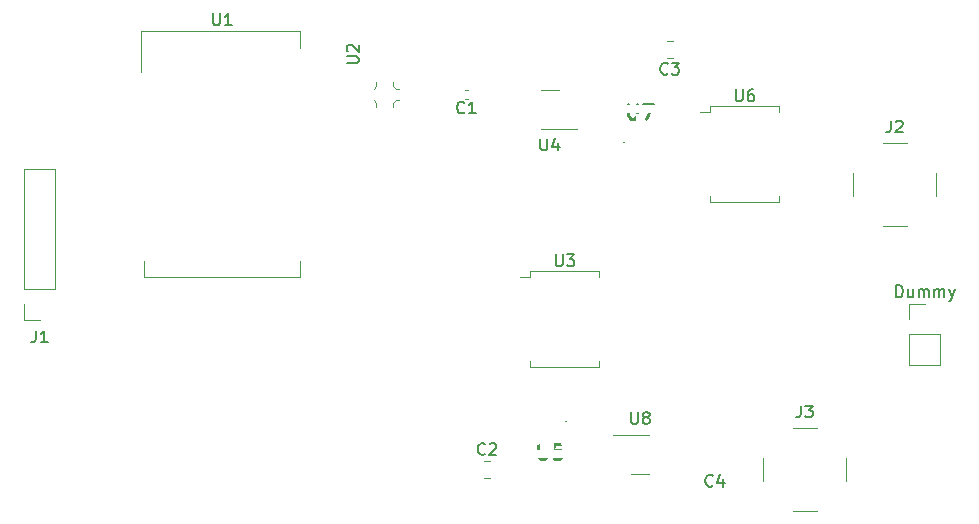
<source format=gto>
%TF.GenerationSoftware,KiCad,Pcbnew,5.1.9-73d0e3b20d~88~ubuntu20.04.1*%
%TF.CreationDate,2021-08-29T02:04:36+07:00*%
%TF.ProjectId,rf_gpr,72665f67-7072-42e6-9b69-6361645f7063,rev?*%
%TF.SameCoordinates,Original*%
%TF.FileFunction,Legend,Top*%
%TF.FilePolarity,Positive*%
%FSLAX46Y46*%
G04 Gerber Fmt 4.6, Leading zero omitted, Abs format (unit mm)*
G04 Created by KiCad (PCBNEW 5.1.9-73d0e3b20d~88~ubuntu20.04.1) date 2021-08-29 02:04:36*
%MOMM*%
%LPD*%
G01*
G04 APERTURE LIST*
%ADD10C,0.120000*%
%ADD11C,0.100000*%
%ADD12C,0.150000*%
%ADD13C,0.254000*%
%ADD14R,2.540000X1.650000*%
%ADD15O,1.700000X1.700000*%
%ADD16R,1.700000X1.700000*%
%ADD17R,1.295400X1.193800*%
%ADD18R,1.295400X0.889000*%
%ADD19R,0.790000X1.680000*%
%ADD20R,2.060000X1.680000*%
%ADD21R,3.330000X0.690000*%
%ADD22R,0.790000X2.110000*%
%ADD23R,2.540000X1.651000*%
%ADD24R,2.030000X1.650000*%
%ADD25R,1.520000X1.520000*%
%ADD26C,2.240000*%
%ADD27C,2.740000*%
G04 APERTURE END LIST*
D10*
%TO.C,U6*%
X145161000Y-66294000D02*
X145161000Y-65786000D01*
X145161000Y-65786000D02*
X139319000Y-65786000D01*
X139319000Y-65786000D02*
X139319000Y-66294000D01*
X139319000Y-66294000D02*
X138430000Y-66294000D01*
X139319000Y-73406000D02*
X139319000Y-73914000D01*
X139319000Y-73914000D02*
X145161000Y-73914000D01*
X145161000Y-73914000D02*
X145161000Y-73406000D01*
%TO.C,Dummy*%
X156150000Y-87690000D02*
X158810000Y-87690000D01*
X156150000Y-85090000D02*
X156150000Y-87690000D01*
X158810000Y-85090000D02*
X158810000Y-87690000D01*
X156150000Y-85090000D02*
X158810000Y-85090000D01*
X156150000Y-83820000D02*
X156150000Y-82490000D01*
X156150000Y-82490000D02*
X157480000Y-82490000D01*
%TO.C,U8*%
X134112000Y-96901000D02*
X132588000Y-96901000D01*
X134112000Y-93599000D02*
X131064000Y-93599000D01*
D11*
%TO.C,U7*%
X132050000Y-68840000D02*
G75*
G02*
X131950000Y-68840000I-50000J0D01*
G01*
X131950000Y-68840000D02*
G75*
G02*
X132050000Y-68840000I50000J0D01*
G01*
X132050000Y-68840000D02*
X132050000Y-68840000D01*
X131950000Y-68840000D02*
X131950000Y-68840000D01*
%TO.C,U5*%
X127030000Y-92450000D02*
G75*
G02*
X127130000Y-92450000I50000J0D01*
G01*
X127130000Y-92450000D02*
G75*
G02*
X127030000Y-92450000I-50000J0D01*
G01*
X127030000Y-92450000D02*
X127030000Y-92450000D01*
X127130000Y-92450000D02*
X127130000Y-92450000D01*
D10*
%TO.C,U4*%
X124968000Y-64389000D02*
X126492000Y-64389000D01*
X124968000Y-67691000D02*
X128016000Y-67691000D01*
%TO.C,U3*%
X129921000Y-80264000D02*
X129921000Y-79756000D01*
X129921000Y-79756000D02*
X124079000Y-79756000D01*
X124079000Y-79756000D02*
X124079000Y-80264000D01*
X124079000Y-80264000D02*
X123190000Y-80264000D01*
X124079000Y-87376000D02*
X124079000Y-87884000D01*
X124079000Y-87884000D02*
X129921000Y-87884000D01*
X129921000Y-87884000D02*
X129921000Y-87376000D01*
%TO.C,U2*%
X111060000Y-64070000D02*
X111060000Y-63699000D01*
X110810000Y-64320000D02*
X111060000Y-64070000D01*
X112460000Y-64070000D02*
X112460000Y-63699000D01*
X112710000Y-64320000D02*
X112460000Y-64070000D01*
X112960000Y-64320000D02*
X112710000Y-64320000D01*
X110810000Y-65220000D02*
X111060000Y-65470000D01*
X111060000Y-65470000D02*
X111060000Y-65841000D01*
X112960000Y-65220000D02*
X112710000Y-65220000D01*
X112710000Y-65220000D02*
X112460000Y-65470000D01*
X112460000Y-65470000D02*
X112460000Y-65841000D01*
%TO.C,U1*%
X91147900Y-62865000D02*
X91147900Y-59436000D01*
X91147900Y-59436000D02*
X104609900Y-59436000D01*
X104609900Y-59436000D02*
X104609900Y-60833000D01*
X91401900Y-78867000D02*
X91401900Y-80264000D01*
X91401900Y-80264000D02*
X104609900Y-80264000D01*
X104609900Y-80264000D02*
X104609900Y-78867000D01*
%TO.C,J3*%
X146320000Y-93014800D02*
X148320000Y-93014800D01*
X150825200Y-95520000D02*
X150825200Y-97520000D01*
X148320000Y-100025200D02*
X146320000Y-100025200D01*
X143814800Y-97520000D02*
X143814800Y-95520000D01*
%TO.C,J2*%
X153940000Y-68884800D02*
X155940000Y-68884800D01*
X158445200Y-71390000D02*
X158445200Y-73390000D01*
X155940000Y-75895200D02*
X153940000Y-75895200D01*
X151434800Y-73390000D02*
X151434800Y-71390000D01*
%TO.C,J1*%
X83880000Y-81280000D02*
X81220000Y-81280000D01*
X83880000Y-81280000D02*
X83880000Y-71060000D01*
X83880000Y-71060000D02*
X81220000Y-71060000D01*
X81220000Y-81280000D02*
X81220000Y-71060000D01*
X81220000Y-83880000D02*
X81220000Y-82550000D01*
X82550000Y-83880000D02*
X81220000Y-83880000D01*
%TO.C,C3*%
X136151252Y-61695000D02*
X135628748Y-61695000D01*
X136151252Y-60225000D02*
X135628748Y-60225000D01*
%TO.C,C2*%
X120156248Y-95785000D02*
X120678752Y-95785000D01*
X120156248Y-97255000D02*
X120678752Y-97255000D01*
%TO.C,C1*%
X118793335Y-65130000D02*
X118561665Y-65130000D01*
X118793335Y-64410000D02*
X118561665Y-64410000D01*
%TO.C,U6*%
D12*
X141482541Y-64349380D02*
X141482541Y-65158904D01*
X141530160Y-65254142D01*
X141577779Y-65301761D01*
X141673017Y-65349380D01*
X141863493Y-65349380D01*
X141958731Y-65301761D01*
X142006350Y-65254142D01*
X142053969Y-65158904D01*
X142053969Y-64349380D01*
X142958731Y-64349380D02*
X142768255Y-64349380D01*
X142673017Y-64397000D01*
X142625398Y-64444619D01*
X142530160Y-64587476D01*
X142482541Y-64777952D01*
X142482541Y-65158904D01*
X142530160Y-65254142D01*
X142577779Y-65301761D01*
X142673017Y-65349380D01*
X142863493Y-65349380D01*
X142958731Y-65301761D01*
X143006350Y-65254142D01*
X143053969Y-65158904D01*
X143053969Y-64920809D01*
X143006350Y-64825571D01*
X142958731Y-64777952D01*
X142863493Y-64730333D01*
X142673017Y-64730333D01*
X142577779Y-64777952D01*
X142530160Y-64825571D01*
X142482541Y-64920809D01*
%TO.C,Dummy*%
X155051428Y-81942380D02*
X155051428Y-80942380D01*
X155289523Y-80942380D01*
X155432380Y-80990000D01*
X155527619Y-81085238D01*
X155575238Y-81180476D01*
X155622857Y-81370952D01*
X155622857Y-81513809D01*
X155575238Y-81704285D01*
X155527619Y-81799523D01*
X155432380Y-81894761D01*
X155289523Y-81942380D01*
X155051428Y-81942380D01*
X156480000Y-81275714D02*
X156480000Y-81942380D01*
X156051428Y-81275714D02*
X156051428Y-81799523D01*
X156099047Y-81894761D01*
X156194285Y-81942380D01*
X156337142Y-81942380D01*
X156432380Y-81894761D01*
X156480000Y-81847142D01*
X156956190Y-81942380D02*
X156956190Y-81275714D01*
X156956190Y-81370952D02*
X157003809Y-81323333D01*
X157099047Y-81275714D01*
X157241904Y-81275714D01*
X157337142Y-81323333D01*
X157384761Y-81418571D01*
X157384761Y-81942380D01*
X157384761Y-81418571D02*
X157432380Y-81323333D01*
X157527619Y-81275714D01*
X157670476Y-81275714D01*
X157765714Y-81323333D01*
X157813333Y-81418571D01*
X157813333Y-81942380D01*
X158289523Y-81942380D02*
X158289523Y-81275714D01*
X158289523Y-81370952D02*
X158337142Y-81323333D01*
X158432380Y-81275714D01*
X158575238Y-81275714D01*
X158670476Y-81323333D01*
X158718095Y-81418571D01*
X158718095Y-81942380D01*
X158718095Y-81418571D02*
X158765714Y-81323333D01*
X158860952Y-81275714D01*
X159003809Y-81275714D01*
X159099047Y-81323333D01*
X159146666Y-81418571D01*
X159146666Y-81942380D01*
X159527619Y-81275714D02*
X159765714Y-81942380D01*
X160003809Y-81275714D02*
X159765714Y-81942380D01*
X159670476Y-82180476D01*
X159622857Y-82228095D01*
X159527619Y-82275714D01*
%TO.C,U8*%
X132613495Y-91679780D02*
X132613495Y-92489304D01*
X132661114Y-92584542D01*
X132708733Y-92632161D01*
X132803971Y-92679780D01*
X132994447Y-92679780D01*
X133089685Y-92632161D01*
X133137304Y-92584542D01*
X133184923Y-92489304D01*
X133184923Y-91679780D01*
X133803971Y-92108352D02*
X133708733Y-92060733D01*
X133661114Y-92013114D01*
X133613495Y-91917876D01*
X133613495Y-91870257D01*
X133661114Y-91775019D01*
X133708733Y-91727400D01*
X133803971Y-91679780D01*
X133994447Y-91679780D01*
X134089685Y-91727400D01*
X134137304Y-91775019D01*
X134184923Y-91870257D01*
X134184923Y-91917876D01*
X134137304Y-92013114D01*
X134089685Y-92060733D01*
X133994447Y-92108352D01*
X133803971Y-92108352D01*
X133708733Y-92155971D01*
X133661114Y-92203590D01*
X133613495Y-92298828D01*
X133613495Y-92489304D01*
X133661114Y-92584542D01*
X133708733Y-92632161D01*
X133803971Y-92679780D01*
X133994447Y-92679780D01*
X134089685Y-92632161D01*
X134137304Y-92584542D01*
X134184923Y-92489304D01*
X134184923Y-92298828D01*
X134137304Y-92203590D01*
X134089685Y-92155971D01*
X133994447Y-92108352D01*
%TO.C,U7*%
D13*
X132382380Y-65544523D02*
X132382380Y-66572619D01*
X132442857Y-66693571D01*
X132503333Y-66754047D01*
X132624285Y-66814523D01*
X132866190Y-66814523D01*
X132987142Y-66754047D01*
X133047619Y-66693571D01*
X133108095Y-66572619D01*
X133108095Y-65544523D01*
X133591904Y-65544523D02*
X134438571Y-65544523D01*
X133894285Y-66814523D01*
%TO.C,U5*%
X124762380Y-94354523D02*
X124762380Y-95382619D01*
X124822857Y-95503571D01*
X124883333Y-95564047D01*
X125004285Y-95624523D01*
X125246190Y-95624523D01*
X125367142Y-95564047D01*
X125427619Y-95503571D01*
X125488095Y-95382619D01*
X125488095Y-94354523D01*
X126697619Y-94354523D02*
X126092857Y-94354523D01*
X126032380Y-94959285D01*
X126092857Y-94898809D01*
X126213809Y-94838333D01*
X126516190Y-94838333D01*
X126637142Y-94898809D01*
X126697619Y-94959285D01*
X126758095Y-95080238D01*
X126758095Y-95382619D01*
X126697619Y-95503571D01*
X126637142Y-95564047D01*
X126516190Y-95624523D01*
X126213809Y-95624523D01*
X126092857Y-95564047D01*
X126032380Y-95503571D01*
%TO.C,U4*%
D12*
X124942695Y-68514980D02*
X124942695Y-69324504D01*
X124990314Y-69419742D01*
X125037933Y-69467361D01*
X125133171Y-69514980D01*
X125323647Y-69514980D01*
X125418885Y-69467361D01*
X125466504Y-69419742D01*
X125514123Y-69324504D01*
X125514123Y-68514980D01*
X126418885Y-68848314D02*
X126418885Y-69514980D01*
X126180790Y-68467361D02*
X125942695Y-69181647D01*
X126561742Y-69181647D01*
%TO.C,U3*%
X126242541Y-78319380D02*
X126242541Y-79128904D01*
X126290160Y-79224142D01*
X126337779Y-79271761D01*
X126433017Y-79319380D01*
X126623493Y-79319380D01*
X126718731Y-79271761D01*
X126766350Y-79224142D01*
X126813969Y-79128904D01*
X126813969Y-78319380D01*
X127194922Y-78319380D02*
X127813969Y-78319380D01*
X127480636Y-78700333D01*
X127623493Y-78700333D01*
X127718731Y-78747952D01*
X127766350Y-78795571D01*
X127813969Y-78890809D01*
X127813969Y-79128904D01*
X127766350Y-79224142D01*
X127718731Y-79271761D01*
X127623493Y-79319380D01*
X127337779Y-79319380D01*
X127242541Y-79271761D01*
X127194922Y-79224142D01*
%TO.C,U2*%
X108545380Y-62131904D02*
X109354904Y-62131904D01*
X109450142Y-62084285D01*
X109497761Y-62036666D01*
X109545380Y-61941428D01*
X109545380Y-61750952D01*
X109497761Y-61655714D01*
X109450142Y-61608095D01*
X109354904Y-61560476D01*
X108545380Y-61560476D01*
X108640619Y-61131904D02*
X108593000Y-61084285D01*
X108545380Y-60989047D01*
X108545380Y-60750952D01*
X108593000Y-60655714D01*
X108640619Y-60608095D01*
X108735857Y-60560476D01*
X108831095Y-60560476D01*
X108973952Y-60608095D01*
X109545380Y-61179523D01*
X109545380Y-60560476D01*
%TO.C,U1*%
X97243995Y-57902380D02*
X97243995Y-58711904D01*
X97291614Y-58807142D01*
X97339233Y-58854761D01*
X97434471Y-58902380D01*
X97624947Y-58902380D01*
X97720185Y-58854761D01*
X97767804Y-58807142D01*
X97815423Y-58711904D01*
X97815423Y-57902380D01*
X98815423Y-58902380D02*
X98243995Y-58902380D01*
X98529709Y-58902380D02*
X98529709Y-57902380D01*
X98434471Y-58045238D01*
X98339233Y-58140476D01*
X98243995Y-58188095D01*
%TO.C,J3*%
X146986666Y-91122380D02*
X146986666Y-91836666D01*
X146939047Y-91979523D01*
X146843809Y-92074761D01*
X146700952Y-92122380D01*
X146605714Y-92122380D01*
X147367619Y-91122380D02*
X147986666Y-91122380D01*
X147653333Y-91503333D01*
X147796190Y-91503333D01*
X147891428Y-91550952D01*
X147939047Y-91598571D01*
X147986666Y-91693809D01*
X147986666Y-91931904D01*
X147939047Y-92027142D01*
X147891428Y-92074761D01*
X147796190Y-92122380D01*
X147510476Y-92122380D01*
X147415238Y-92074761D01*
X147367619Y-92027142D01*
%TO.C,J2*%
X154606666Y-66992380D02*
X154606666Y-67706666D01*
X154559047Y-67849523D01*
X154463809Y-67944761D01*
X154320952Y-67992380D01*
X154225714Y-67992380D01*
X155035238Y-67087619D02*
X155082857Y-67040000D01*
X155178095Y-66992380D01*
X155416190Y-66992380D01*
X155511428Y-67040000D01*
X155559047Y-67087619D01*
X155606666Y-67182857D01*
X155606666Y-67278095D01*
X155559047Y-67420952D01*
X154987619Y-67992380D01*
X155606666Y-67992380D01*
%TO.C,J1*%
X82216666Y-84772380D02*
X82216666Y-85486666D01*
X82169047Y-85629523D01*
X82073809Y-85724761D01*
X81930952Y-85772380D01*
X81835714Y-85772380D01*
X83216666Y-85772380D02*
X82645238Y-85772380D01*
X82930952Y-85772380D02*
X82930952Y-84772380D01*
X82835714Y-84915238D01*
X82740476Y-85010476D01*
X82645238Y-85058095D01*
%TO.C,C4*%
X139533333Y-97877142D02*
X139485714Y-97924761D01*
X139342857Y-97972380D01*
X139247619Y-97972380D01*
X139104761Y-97924761D01*
X139009523Y-97829523D01*
X138961904Y-97734285D01*
X138914285Y-97543809D01*
X138914285Y-97400952D01*
X138961904Y-97210476D01*
X139009523Y-97115238D01*
X139104761Y-97020000D01*
X139247619Y-96972380D01*
X139342857Y-96972380D01*
X139485714Y-97020000D01*
X139533333Y-97067619D01*
X140390476Y-97305714D02*
X140390476Y-97972380D01*
X140152380Y-96924761D02*
X139914285Y-97639047D01*
X140533333Y-97639047D01*
%TO.C,C3*%
X135723333Y-62997142D02*
X135675714Y-63044761D01*
X135532857Y-63092380D01*
X135437619Y-63092380D01*
X135294761Y-63044761D01*
X135199523Y-62949523D01*
X135151904Y-62854285D01*
X135104285Y-62663809D01*
X135104285Y-62520952D01*
X135151904Y-62330476D01*
X135199523Y-62235238D01*
X135294761Y-62140000D01*
X135437619Y-62092380D01*
X135532857Y-62092380D01*
X135675714Y-62140000D01*
X135723333Y-62187619D01*
X136056666Y-62092380D02*
X136675714Y-62092380D01*
X136342380Y-62473333D01*
X136485238Y-62473333D01*
X136580476Y-62520952D01*
X136628095Y-62568571D01*
X136675714Y-62663809D01*
X136675714Y-62901904D01*
X136628095Y-62997142D01*
X136580476Y-63044761D01*
X136485238Y-63092380D01*
X136199523Y-63092380D01*
X136104285Y-63044761D01*
X136056666Y-62997142D01*
%TO.C,C2*%
X120250833Y-95197142D02*
X120203214Y-95244761D01*
X120060357Y-95292380D01*
X119965119Y-95292380D01*
X119822261Y-95244761D01*
X119727023Y-95149523D01*
X119679404Y-95054285D01*
X119631785Y-94863809D01*
X119631785Y-94720952D01*
X119679404Y-94530476D01*
X119727023Y-94435238D01*
X119822261Y-94340000D01*
X119965119Y-94292380D01*
X120060357Y-94292380D01*
X120203214Y-94340000D01*
X120250833Y-94387619D01*
X120631785Y-94387619D02*
X120679404Y-94340000D01*
X120774642Y-94292380D01*
X121012738Y-94292380D01*
X121107976Y-94340000D01*
X121155595Y-94387619D01*
X121203214Y-94482857D01*
X121203214Y-94578095D01*
X121155595Y-94720952D01*
X120584166Y-95292380D01*
X121203214Y-95292380D01*
%TO.C,C1*%
X118510833Y-66287142D02*
X118463214Y-66334761D01*
X118320357Y-66382380D01*
X118225119Y-66382380D01*
X118082261Y-66334761D01*
X117987023Y-66239523D01*
X117939404Y-66144285D01*
X117891785Y-65953809D01*
X117891785Y-65810952D01*
X117939404Y-65620476D01*
X117987023Y-65525238D01*
X118082261Y-65430000D01*
X118225119Y-65382380D01*
X118320357Y-65382380D01*
X118463214Y-65430000D01*
X118510833Y-65477619D01*
X119463214Y-66382380D02*
X118891785Y-66382380D01*
X119177500Y-66382380D02*
X119177500Y-65382380D01*
X119082261Y-65525238D01*
X118987023Y-65620476D01*
X118891785Y-65668095D01*
%TD*%
%LPC*%
D14*
%TO.C,U6*%
X144780000Y-67310000D03*
X144780000Y-69850000D03*
X144780000Y-72390000D03*
X139700000Y-72390000D03*
X139700000Y-69850000D03*
X139700000Y-67310000D03*
%TD*%
D15*
%TO.C,Dummy*%
X157480000Y-86360000D03*
D16*
X157480000Y-83820000D03*
%TD*%
D17*
%TO.C,U8*%
X134467600Y-95999300D03*
D18*
X132257800Y-96202500D03*
X132257800Y-94297500D03*
X134467600Y-94297500D03*
%TD*%
D19*
%TO.C,U7*%
X132080000Y-67650000D03*
X134620000Y-67650000D03*
D20*
X133985000Y-64430000D03*
D19*
X132080000Y-64430000D03*
D21*
X133350000Y-66040000D03*
D22*
X133350000Y-67435000D03*
%TD*%
D19*
%TO.C,U5*%
X127000000Y-93640000D03*
X124460000Y-93640000D03*
D20*
X125095000Y-96860000D03*
D19*
X127000000Y-96860000D03*
D21*
X125730000Y-95250000D03*
D22*
X125730000Y-93855000D03*
%TD*%
D17*
%TO.C,U4*%
X124612400Y-65290700D03*
D18*
X126822200Y-65087500D03*
X126822200Y-66992500D03*
X124612400Y-66992500D03*
%TD*%
D23*
%TO.C,U3*%
X129540000Y-81280000D03*
X129540000Y-83820000D03*
X129540000Y-86360000D03*
X124460000Y-86360000D03*
X124460000Y-83820000D03*
X124460000Y-81280000D03*
%TD*%
D24*
%TO.C,U2*%
X111760000Y-62674000D03*
X111760000Y-66866000D03*
D25*
X113920000Y-64770000D03*
X109600000Y-64770000D03*
%TD*%
D23*
%TO.C,U1*%
X103403400Y-77470000D03*
X103403400Y-74930000D03*
X103403400Y-72390000D03*
X103403400Y-69850000D03*
X103403400Y-67310000D03*
X103403400Y-64770000D03*
X103403400Y-62230000D03*
X92608400Y-77470000D03*
X92608400Y-74930000D03*
X92608400Y-72390000D03*
X92608400Y-69850000D03*
X92608400Y-67310000D03*
X92608400Y-64770000D03*
X92608400Y-62230000D03*
%TD*%
D26*
%TO.C,J3*%
X147320000Y-96520000D03*
D27*
X144780000Y-93980000D03*
X149860000Y-93980000D03*
X149860000Y-99060000D03*
X144780000Y-99060000D03*
%TD*%
D26*
%TO.C,J2*%
X154940000Y-72390000D03*
D27*
X152400000Y-69850000D03*
X157480000Y-69850000D03*
X157480000Y-74930000D03*
X152400000Y-74930000D03*
%TD*%
D15*
%TO.C,J1*%
X82550000Y-72390000D03*
X82550000Y-74930000D03*
X82550000Y-77470000D03*
X82550000Y-80010000D03*
D16*
X82550000Y-82550000D03*
%TD*%
%TO.C,C4*%
G36*
G01*
X139650000Y-96445000D02*
X139650000Y-96595000D01*
G75*
G02*
X139575000Y-96670000I-75000J0D01*
G01*
X139150000Y-96670000D01*
G75*
G02*
X139075000Y-96595000I0J75000D01*
G01*
X139075000Y-96445000D01*
G75*
G02*
X139150000Y-96370000I75000J0D01*
G01*
X139575000Y-96370000D01*
G75*
G02*
X139650000Y-96445000I0J-75000D01*
G01*
G37*
G36*
G01*
X140325000Y-96445000D02*
X140325000Y-96595000D01*
G75*
G02*
X140250000Y-96670000I-75000J0D01*
G01*
X139825000Y-96670000D01*
G75*
G02*
X139750000Y-96595000I0J75000D01*
G01*
X139750000Y-96445000D01*
G75*
G02*
X139825000Y-96370000I75000J0D01*
G01*
X140250000Y-96370000D01*
G75*
G02*
X140325000Y-96445000I0J-75000D01*
G01*
G37*
%TD*%
%TO.C,C3*%
G36*
G01*
X135440000Y-60485000D02*
X135440000Y-61435000D01*
G75*
G02*
X135190000Y-61685000I-250000J0D01*
G01*
X134515000Y-61685000D01*
G75*
G02*
X134265000Y-61435000I0J250000D01*
G01*
X134265000Y-60485000D01*
G75*
G02*
X134515000Y-60235000I250000J0D01*
G01*
X135190000Y-60235000D01*
G75*
G02*
X135440000Y-60485000I0J-250000D01*
G01*
G37*
G36*
G01*
X137515000Y-60485000D02*
X137515000Y-61435000D01*
G75*
G02*
X137265000Y-61685000I-250000J0D01*
G01*
X136590000Y-61685000D01*
G75*
G02*
X136340000Y-61435000I0J250000D01*
G01*
X136340000Y-60485000D01*
G75*
G02*
X136590000Y-60235000I250000J0D01*
G01*
X137265000Y-60235000D01*
G75*
G02*
X137515000Y-60485000I0J-250000D01*
G01*
G37*
%TD*%
%TO.C,C2*%
G36*
G01*
X120867500Y-96995000D02*
X120867500Y-96045000D01*
G75*
G02*
X121117500Y-95795000I250000J0D01*
G01*
X121792500Y-95795000D01*
G75*
G02*
X122042500Y-96045000I0J-250000D01*
G01*
X122042500Y-96995000D01*
G75*
G02*
X121792500Y-97245000I-250000J0D01*
G01*
X121117500Y-97245000D01*
G75*
G02*
X120867500Y-96995000I0J250000D01*
G01*
G37*
G36*
G01*
X118792500Y-96995000D02*
X118792500Y-96045000D01*
G75*
G02*
X119042500Y-95795000I250000J0D01*
G01*
X119717500Y-95795000D01*
G75*
G02*
X119967500Y-96045000I0J-250000D01*
G01*
X119967500Y-96995000D01*
G75*
G02*
X119717500Y-97245000I-250000J0D01*
G01*
X119042500Y-97245000D01*
G75*
G02*
X118792500Y-96995000I0J250000D01*
G01*
G37*
%TD*%
%TO.C,C1*%
G36*
G01*
X118477500Y-64615000D02*
X118477500Y-64925000D01*
G75*
G02*
X118322500Y-65080000I-155000J0D01*
G01*
X117897500Y-65080000D01*
G75*
G02*
X117742500Y-64925000I0J155000D01*
G01*
X117742500Y-64615000D01*
G75*
G02*
X117897500Y-64460000I155000J0D01*
G01*
X118322500Y-64460000D01*
G75*
G02*
X118477500Y-64615000I0J-155000D01*
G01*
G37*
G36*
G01*
X119612500Y-64615000D02*
X119612500Y-64925000D01*
G75*
G02*
X119457500Y-65080000I-155000J0D01*
G01*
X119032500Y-65080000D01*
G75*
G02*
X118877500Y-64925000I0J155000D01*
G01*
X118877500Y-64615000D01*
G75*
G02*
X119032500Y-64460000I155000J0D01*
G01*
X119457500Y-64460000D01*
G75*
G02*
X119612500Y-64615000I0J-155000D01*
G01*
G37*
%TD*%
M02*

</source>
